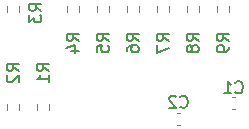
<source format=gbo>
G04 #@! TF.GenerationSoftware,KiCad,Pcbnew,5.1.12-84ad8e8a86~92~ubuntu20.04.1*
G04 #@! TF.CreationDate,2022-02-09T05:50:52+09:00*
G04 #@! TF.ProjectId,Akashi-09,416b6173-6869-42d3-9039-2e6b69636164,rev?*
G04 #@! TF.SameCoordinates,Original*
G04 #@! TF.FileFunction,Legend,Bot*
G04 #@! TF.FilePolarity,Positive*
%FSLAX46Y46*%
G04 Gerber Fmt 4.6, Leading zero omitted, Abs format (unit mm)*
G04 Created by KiCad (PCBNEW 5.1.12-84ad8e8a86~92~ubuntu20.04.1) date 2022-02-09 05:50:52*
%MOMM*%
%LPD*%
G01*
G04 APERTURE LIST*
%ADD10C,0.120000*%
%ADD11C,0.150000*%
G04 APERTURE END LIST*
D10*
G04 #@! TO.C,C2*
X158141767Y-106915000D02*
X157849233Y-106915000D01*
X158141767Y-107935000D02*
X157849233Y-107935000D01*
G04 #@! TO.C,C1*
X162514233Y-106555000D02*
X162806767Y-106555000D01*
X162514233Y-105535000D02*
X162806767Y-105535000D01*
G04 #@! TO.C,R1*
X147080500Y-106657224D02*
X147080500Y-106147776D01*
X146035500Y-106657224D02*
X146035500Y-106147776D01*
G04 #@! TO.C,R2*
X144540500Y-106657224D02*
X144540500Y-106147776D01*
X143495500Y-106657224D02*
X143495500Y-106147776D01*
G04 #@! TO.C,R9*
X161275500Y-97812776D02*
X161275500Y-98322224D01*
X162320500Y-97812776D02*
X162320500Y-98322224D01*
G04 #@! TO.C,R8*
X158735500Y-97812776D02*
X158735500Y-98322224D01*
X159780500Y-97812776D02*
X159780500Y-98322224D01*
G04 #@! TO.C,R7*
X156195500Y-97812776D02*
X156195500Y-98322224D01*
X157240500Y-97812776D02*
X157240500Y-98322224D01*
G04 #@! TO.C,R6*
X153655500Y-97812776D02*
X153655500Y-98322224D01*
X154700500Y-97812776D02*
X154700500Y-98322224D01*
G04 #@! TO.C,R5*
X151115500Y-97812776D02*
X151115500Y-98322224D01*
X152160500Y-97812776D02*
X152160500Y-98322224D01*
G04 #@! TO.C,R4*
X148575500Y-97812776D02*
X148575500Y-98322224D01*
X149620500Y-97812776D02*
X149620500Y-98322224D01*
G04 #@! TO.C,R3*
X143495500Y-97812776D02*
X143495500Y-98322224D01*
X144540500Y-97812776D02*
X144540500Y-98322224D01*
G04 #@! TO.C,C2*
D11*
X158162166Y-106352142D02*
X158209785Y-106399761D01*
X158352642Y-106447380D01*
X158447880Y-106447380D01*
X158590738Y-106399761D01*
X158685976Y-106304523D01*
X158733595Y-106209285D01*
X158781214Y-106018809D01*
X158781214Y-105875952D01*
X158733595Y-105685476D01*
X158685976Y-105590238D01*
X158590738Y-105495000D01*
X158447880Y-105447380D01*
X158352642Y-105447380D01*
X158209785Y-105495000D01*
X158162166Y-105542619D01*
X157781214Y-105542619D02*
X157733595Y-105495000D01*
X157638357Y-105447380D01*
X157400261Y-105447380D01*
X157305023Y-105495000D01*
X157257404Y-105542619D01*
X157209785Y-105637857D01*
X157209785Y-105733095D01*
X157257404Y-105875952D01*
X157828833Y-106447380D01*
X157209785Y-106447380D01*
G04 #@! TO.C,C1*
X162827166Y-105132142D02*
X162874785Y-105179761D01*
X163017642Y-105227380D01*
X163112880Y-105227380D01*
X163255738Y-105179761D01*
X163350976Y-105084523D01*
X163398595Y-104989285D01*
X163446214Y-104798809D01*
X163446214Y-104655952D01*
X163398595Y-104465476D01*
X163350976Y-104370238D01*
X163255738Y-104275000D01*
X163112880Y-104227380D01*
X163017642Y-104227380D01*
X162874785Y-104275000D01*
X162827166Y-104322619D01*
X161874785Y-105227380D02*
X162446214Y-105227380D01*
X162160500Y-105227380D02*
X162160500Y-104227380D01*
X162255738Y-104370238D01*
X162350976Y-104465476D01*
X162446214Y-104513095D01*
G04 #@! TO.C,R1*
X147010380Y-103338333D02*
X146534190Y-103005000D01*
X147010380Y-102766904D02*
X146010380Y-102766904D01*
X146010380Y-103147857D01*
X146058000Y-103243095D01*
X146105619Y-103290714D01*
X146200857Y-103338333D01*
X146343714Y-103338333D01*
X146438952Y-103290714D01*
X146486571Y-103243095D01*
X146534190Y-103147857D01*
X146534190Y-102766904D01*
X147010380Y-104290714D02*
X147010380Y-103719285D01*
X147010380Y-104005000D02*
X146010380Y-104005000D01*
X146153238Y-103909761D01*
X146248476Y-103814523D01*
X146296095Y-103719285D01*
G04 #@! TO.C,R2*
X144470380Y-103338333D02*
X143994190Y-103005000D01*
X144470380Y-102766904D02*
X143470380Y-102766904D01*
X143470380Y-103147857D01*
X143518000Y-103243095D01*
X143565619Y-103290714D01*
X143660857Y-103338333D01*
X143803714Y-103338333D01*
X143898952Y-103290714D01*
X143946571Y-103243095D01*
X143994190Y-103147857D01*
X143994190Y-102766904D01*
X143565619Y-103719285D02*
X143518000Y-103766904D01*
X143470380Y-103862142D01*
X143470380Y-104100238D01*
X143518000Y-104195476D01*
X143565619Y-104243095D01*
X143660857Y-104290714D01*
X143756095Y-104290714D01*
X143898952Y-104243095D01*
X144470380Y-103671666D01*
X144470380Y-104290714D01*
G04 #@! TO.C,R9*
X162250380Y-100798333D02*
X161774190Y-100465000D01*
X162250380Y-100226904D02*
X161250380Y-100226904D01*
X161250380Y-100607857D01*
X161298000Y-100703095D01*
X161345619Y-100750714D01*
X161440857Y-100798333D01*
X161583714Y-100798333D01*
X161678952Y-100750714D01*
X161726571Y-100703095D01*
X161774190Y-100607857D01*
X161774190Y-100226904D01*
X162250380Y-101274523D02*
X162250380Y-101465000D01*
X162202761Y-101560238D01*
X162155142Y-101607857D01*
X162012285Y-101703095D01*
X161821809Y-101750714D01*
X161440857Y-101750714D01*
X161345619Y-101703095D01*
X161298000Y-101655476D01*
X161250380Y-101560238D01*
X161250380Y-101369761D01*
X161298000Y-101274523D01*
X161345619Y-101226904D01*
X161440857Y-101179285D01*
X161678952Y-101179285D01*
X161774190Y-101226904D01*
X161821809Y-101274523D01*
X161869428Y-101369761D01*
X161869428Y-101560238D01*
X161821809Y-101655476D01*
X161774190Y-101703095D01*
X161678952Y-101750714D01*
G04 #@! TO.C,R8*
X159710380Y-100798333D02*
X159234190Y-100465000D01*
X159710380Y-100226904D02*
X158710380Y-100226904D01*
X158710380Y-100607857D01*
X158758000Y-100703095D01*
X158805619Y-100750714D01*
X158900857Y-100798333D01*
X159043714Y-100798333D01*
X159138952Y-100750714D01*
X159186571Y-100703095D01*
X159234190Y-100607857D01*
X159234190Y-100226904D01*
X159138952Y-101369761D02*
X159091333Y-101274523D01*
X159043714Y-101226904D01*
X158948476Y-101179285D01*
X158900857Y-101179285D01*
X158805619Y-101226904D01*
X158758000Y-101274523D01*
X158710380Y-101369761D01*
X158710380Y-101560238D01*
X158758000Y-101655476D01*
X158805619Y-101703095D01*
X158900857Y-101750714D01*
X158948476Y-101750714D01*
X159043714Y-101703095D01*
X159091333Y-101655476D01*
X159138952Y-101560238D01*
X159138952Y-101369761D01*
X159186571Y-101274523D01*
X159234190Y-101226904D01*
X159329428Y-101179285D01*
X159519904Y-101179285D01*
X159615142Y-101226904D01*
X159662761Y-101274523D01*
X159710380Y-101369761D01*
X159710380Y-101560238D01*
X159662761Y-101655476D01*
X159615142Y-101703095D01*
X159519904Y-101750714D01*
X159329428Y-101750714D01*
X159234190Y-101703095D01*
X159186571Y-101655476D01*
X159138952Y-101560238D01*
G04 #@! TO.C,R7*
X157170380Y-100798333D02*
X156694190Y-100465000D01*
X157170380Y-100226904D02*
X156170380Y-100226904D01*
X156170380Y-100607857D01*
X156218000Y-100703095D01*
X156265619Y-100750714D01*
X156360857Y-100798333D01*
X156503714Y-100798333D01*
X156598952Y-100750714D01*
X156646571Y-100703095D01*
X156694190Y-100607857D01*
X156694190Y-100226904D01*
X156170380Y-101131666D02*
X156170380Y-101798333D01*
X157170380Y-101369761D01*
G04 #@! TO.C,R6*
X154630380Y-100798333D02*
X154154190Y-100465000D01*
X154630380Y-100226904D02*
X153630380Y-100226904D01*
X153630380Y-100607857D01*
X153678000Y-100703095D01*
X153725619Y-100750714D01*
X153820857Y-100798333D01*
X153963714Y-100798333D01*
X154058952Y-100750714D01*
X154106571Y-100703095D01*
X154154190Y-100607857D01*
X154154190Y-100226904D01*
X153630380Y-101655476D02*
X153630380Y-101465000D01*
X153678000Y-101369761D01*
X153725619Y-101322142D01*
X153868476Y-101226904D01*
X154058952Y-101179285D01*
X154439904Y-101179285D01*
X154535142Y-101226904D01*
X154582761Y-101274523D01*
X154630380Y-101369761D01*
X154630380Y-101560238D01*
X154582761Y-101655476D01*
X154535142Y-101703095D01*
X154439904Y-101750714D01*
X154201809Y-101750714D01*
X154106571Y-101703095D01*
X154058952Y-101655476D01*
X154011333Y-101560238D01*
X154011333Y-101369761D01*
X154058952Y-101274523D01*
X154106571Y-101226904D01*
X154201809Y-101179285D01*
G04 #@! TO.C,R5*
X152090380Y-100798333D02*
X151614190Y-100465000D01*
X152090380Y-100226904D02*
X151090380Y-100226904D01*
X151090380Y-100607857D01*
X151138000Y-100703095D01*
X151185619Y-100750714D01*
X151280857Y-100798333D01*
X151423714Y-100798333D01*
X151518952Y-100750714D01*
X151566571Y-100703095D01*
X151614190Y-100607857D01*
X151614190Y-100226904D01*
X151090380Y-101703095D02*
X151090380Y-101226904D01*
X151566571Y-101179285D01*
X151518952Y-101226904D01*
X151471333Y-101322142D01*
X151471333Y-101560238D01*
X151518952Y-101655476D01*
X151566571Y-101703095D01*
X151661809Y-101750714D01*
X151899904Y-101750714D01*
X151995142Y-101703095D01*
X152042761Y-101655476D01*
X152090380Y-101560238D01*
X152090380Y-101322142D01*
X152042761Y-101226904D01*
X151995142Y-101179285D01*
G04 #@! TO.C,R4*
X149550380Y-100798333D02*
X149074190Y-100465000D01*
X149550380Y-100226904D02*
X148550380Y-100226904D01*
X148550380Y-100607857D01*
X148598000Y-100703095D01*
X148645619Y-100750714D01*
X148740857Y-100798333D01*
X148883714Y-100798333D01*
X148978952Y-100750714D01*
X149026571Y-100703095D01*
X149074190Y-100607857D01*
X149074190Y-100226904D01*
X148883714Y-101655476D02*
X149550380Y-101655476D01*
X148502761Y-101417380D02*
X149217047Y-101179285D01*
X149217047Y-101798333D01*
G04 #@! TO.C,R3*
X146375380Y-98258333D02*
X145899190Y-97925000D01*
X146375380Y-97686904D02*
X145375380Y-97686904D01*
X145375380Y-98067857D01*
X145423000Y-98163095D01*
X145470619Y-98210714D01*
X145565857Y-98258333D01*
X145708714Y-98258333D01*
X145803952Y-98210714D01*
X145851571Y-98163095D01*
X145899190Y-98067857D01*
X145899190Y-97686904D01*
X145375380Y-98591666D02*
X145375380Y-99210714D01*
X145756333Y-98877380D01*
X145756333Y-99020238D01*
X145803952Y-99115476D01*
X145851571Y-99163095D01*
X145946809Y-99210714D01*
X146184904Y-99210714D01*
X146280142Y-99163095D01*
X146327761Y-99115476D01*
X146375380Y-99020238D01*
X146375380Y-98734523D01*
X146327761Y-98639285D01*
X146280142Y-98591666D01*
G04 #@! TD*
M02*

</source>
